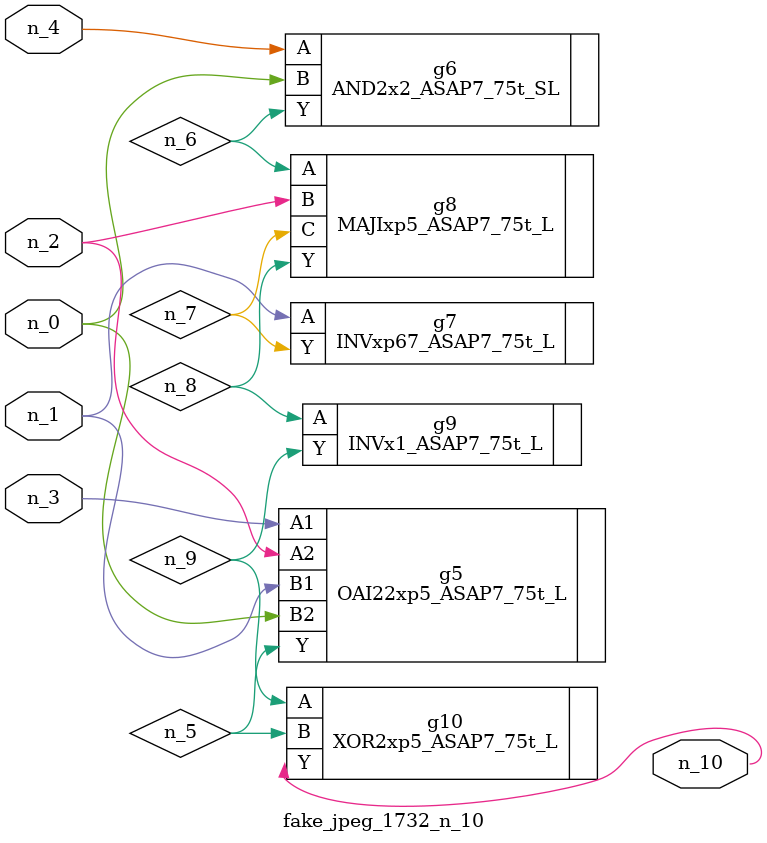
<source format=v>
module fake_jpeg_1732_n_10 (n_3, n_2, n_1, n_0, n_4, n_10);

input n_3;
input n_2;
input n_1;
input n_0;
input n_4;

output n_10;

wire n_8;
wire n_9;
wire n_6;
wire n_5;
wire n_7;

OAI22xp5_ASAP7_75t_L g5 ( 
.A1(n_3),
.A2(n_2),
.B1(n_1),
.B2(n_0),
.Y(n_5)
);

AND2x2_ASAP7_75t_SL g6 ( 
.A(n_4),
.B(n_0),
.Y(n_6)
);

INVxp67_ASAP7_75t_L g7 ( 
.A(n_1),
.Y(n_7)
);

MAJIxp5_ASAP7_75t_L g8 ( 
.A(n_6),
.B(n_2),
.C(n_7),
.Y(n_8)
);

INVx1_ASAP7_75t_L g9 ( 
.A(n_8),
.Y(n_9)
);

XOR2xp5_ASAP7_75t_L g10 ( 
.A(n_9),
.B(n_5),
.Y(n_10)
);


endmodule
</source>
